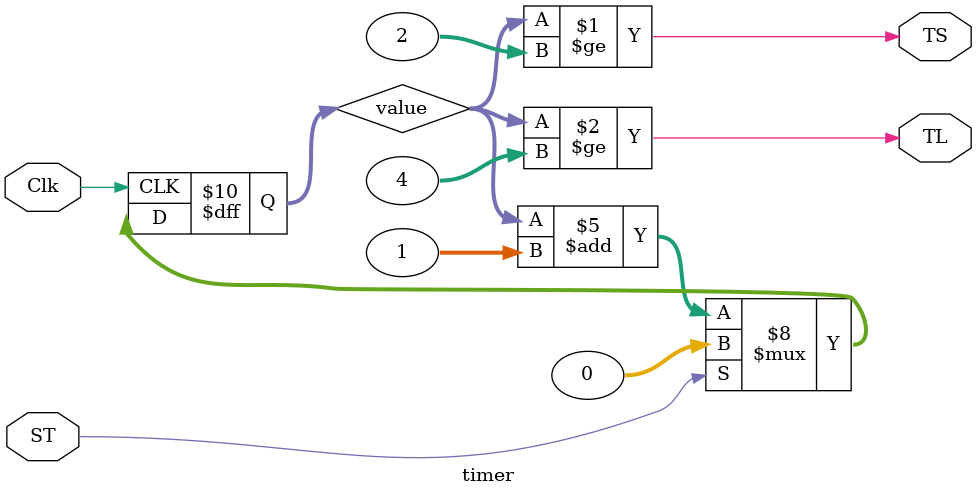
<source format=v>
`timescale 1ns / 1ps

module timer(
    output TS,     
    output TL,     
    input ST,      
    input Clk
);

    // PARAMETER WAKTU
    parameter TIME_SMALL = 2;
    parameter TIME_LONG  = 4;

    reg [31:0] value = 0; 

    // Logika Output
    assign TS = (value >= TIME_SMALL);
    assign TL = (value >= TIME_LONG);

    // Logika Penghitung
    always @(posedge Clk) begin
        if (ST == 1) begin
            value <= 0;          // Reset hitungan
        end else begin
            value <= value + 1;  // Menghitung naik
        end
    end

endmodule

</source>
